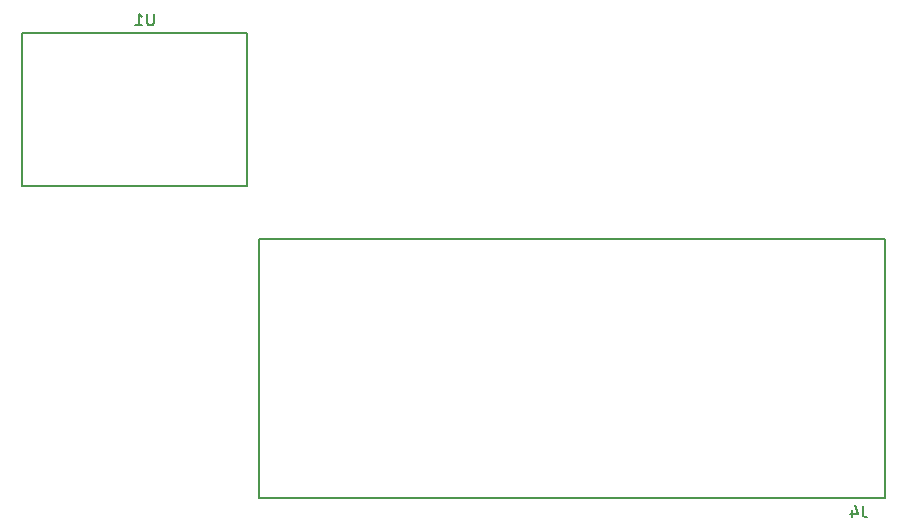
<source format=gbo>
G04 #@! TF.GenerationSoftware,KiCad,Pcbnew,5.0.2-bee76a0~70~ubuntu18.04.1*
G04 #@! TF.CreationDate,2019-04-15T21:31:07-04:00*
G04 #@! TF.ProjectId,DR_InterfaceBoard,44525f49-6e74-4657-9266-616365426f61,rev?*
G04 #@! TF.SameCoordinates,Original*
G04 #@! TF.FileFunction,Legend,Bot*
G04 #@! TF.FilePolarity,Positive*
%FSLAX46Y46*%
G04 Gerber Fmt 4.6, Leading zero omitted, Abs format (unit mm)*
G04 Created by KiCad (PCBNEW 5.0.2-bee76a0~70~ubuntu18.04.1) date Mon 15 Apr 2019 09:31:07 PM EDT*
%MOMM*%
%LPD*%
G01*
G04 APERTURE LIST*
%ADD10C,0.150000*%
G04 APERTURE END LIST*
D10*
G04 #@! TO.C,J4*
X107981000Y-51770000D02*
X54981000Y-51770000D01*
X54981000Y-51770000D02*
X54981000Y-73770000D01*
X54981000Y-73770000D02*
X107981000Y-73770000D01*
X107981000Y-73770000D02*
X107981000Y-51770000D01*
G04 #@! TO.C,U1*
X53973000Y-34322000D02*
X53973000Y-36322000D01*
X34973000Y-34322000D02*
X53973000Y-34322000D01*
X34973000Y-47322000D02*
X34973000Y-34322000D01*
X53973000Y-47322000D02*
X34973000Y-47322000D01*
X53973000Y-36322000D02*
X53973000Y-47322000D01*
G04 #@! TO.C,J4*
X106124333Y-74382380D02*
X106124333Y-75096666D01*
X106171952Y-75239523D01*
X106267190Y-75334761D01*
X106410047Y-75382380D01*
X106505285Y-75382380D01*
X105219571Y-74715714D02*
X105219571Y-75382380D01*
X105457666Y-74334761D02*
X105695761Y-75049047D01*
X105076714Y-75049047D01*
G04 #@! TO.C,U1*
X46100904Y-32726380D02*
X46100904Y-33535904D01*
X46053285Y-33631142D01*
X46005666Y-33678761D01*
X45910428Y-33726380D01*
X45719952Y-33726380D01*
X45624714Y-33678761D01*
X45577095Y-33631142D01*
X45529476Y-33535904D01*
X45529476Y-32726380D01*
X44529476Y-33726380D02*
X45100904Y-33726380D01*
X44815190Y-33726380D02*
X44815190Y-32726380D01*
X44910428Y-32869238D01*
X45005666Y-32964476D01*
X45100904Y-33012095D01*
G04 #@! TD*
M02*

</source>
